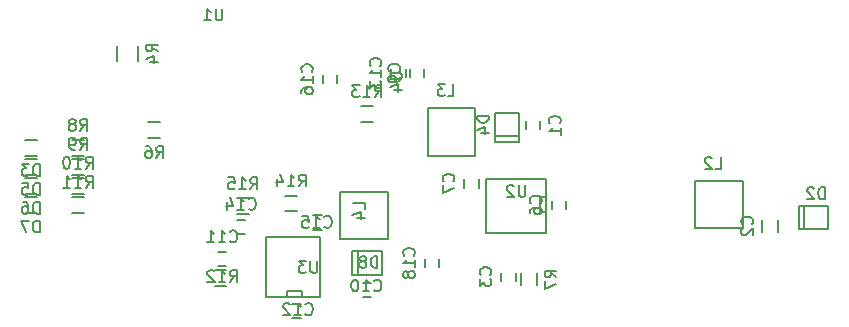
<source format=gbo>
%TF.GenerationSoftware,KiCad,Pcbnew,4.0.4+dfsg1-stable*%
%TF.CreationDate,2017-06-27T11:27:39+02:00*%
%TF.ProjectId,power,706F7765722E6B696361645F70636200,rev?*%
%TF.FileFunction,Legend,Bot*%
%FSLAX46Y46*%
G04 Gerber Fmt 4.6, Leading zero omitted, Abs format (unit mm)*
G04 Created by KiCad (PCBNEW 4.0.4+dfsg1-stable) date Tue Jun 27 11:27:39 2017*
%MOMM*%
%LPD*%
G01*
G04 APERTURE LIST*
%ADD10C,0.100000*%
%ADD11C,0.150000*%
G04 APERTURE END LIST*
D10*
D11*
X64400000Y20070000D02*
X64400000Y20770000D01*
X63200000Y20770000D02*
X63200000Y20070000D01*
X84565000Y11400000D02*
X84565000Y12400000D01*
X83215000Y12400000D02*
X83215000Y11400000D01*
X61130000Y7950000D02*
X61130000Y7250000D01*
X62330000Y7250000D02*
X62330000Y7950000D01*
X65380000Y14010000D02*
X65380000Y13310000D01*
X66580000Y13310000D02*
X66580000Y14010000D01*
X58000000Y15850000D02*
X58000000Y15150000D01*
X59200000Y15150000D02*
X59200000Y15850000D01*
X53400000Y25180000D02*
X53400000Y24480000D01*
X54600000Y24480000D02*
X54600000Y25180000D01*
X49400000Y5900000D02*
X50100000Y5900000D01*
X50100000Y7100000D02*
X49400000Y7100000D01*
X37855000Y9665000D02*
X37155000Y9665000D01*
X37155000Y8465000D02*
X37855000Y8465000D01*
X44125000Y5275000D02*
X43425000Y5275000D01*
X43425000Y4075000D02*
X44125000Y4075000D01*
X51820000Y25180000D02*
X51820000Y24480000D01*
X53020000Y24480000D02*
X53020000Y25180000D01*
X39435000Y12425000D02*
X38735000Y12425000D01*
X38735000Y11225000D02*
X39435000Y11225000D01*
X45905000Y12785000D02*
X45205000Y12785000D01*
X45205000Y11585000D02*
X45905000Y11585000D01*
X46010000Y24660000D02*
X46010000Y23960000D01*
X47210000Y23960000D02*
X47210000Y24660000D01*
X54650000Y9100000D02*
X54650000Y8400000D01*
X55850000Y8400000D02*
X55850000Y9100000D01*
X86790000Y11610000D02*
X86790000Y13610000D01*
X86290000Y11610000D02*
X86290000Y13610000D01*
X86290000Y13610000D02*
X88790000Y13610000D01*
X88790000Y13610000D02*
X88790000Y11610000D01*
X88790000Y11610000D02*
X86290000Y11610000D01*
X21800000Y19175000D02*
X20800000Y19175000D01*
X20800000Y17825000D02*
X21800000Y17825000D01*
X62620000Y19480000D02*
X60620000Y19480000D01*
X62620000Y18980000D02*
X60620000Y18980000D01*
X60620000Y18980000D02*
X60620000Y21480000D01*
X60620000Y21480000D02*
X62620000Y21480000D01*
X62620000Y21480000D02*
X62620000Y18980000D01*
X21800000Y17575000D02*
X20800000Y17575000D01*
X20800000Y16225000D02*
X21800000Y16225000D01*
X21800000Y15975000D02*
X20800000Y15975000D01*
X20800000Y14625000D02*
X21800000Y14625000D01*
X21800000Y14375000D02*
X20800000Y14375000D01*
X20800000Y13025000D02*
X21800000Y13025000D01*
X49000000Y7750000D02*
X49000000Y9750000D01*
X48500000Y7750000D02*
X48500000Y9750000D01*
X48500000Y9750000D02*
X51000000Y9750000D01*
X51000000Y9750000D02*
X51000000Y7750000D01*
X51000000Y7750000D02*
X48500000Y7750000D01*
X77550000Y11690000D02*
X77550000Y15690000D01*
X81550000Y11690000D02*
X81550000Y15690000D01*
X77550000Y15690000D02*
X81550000Y15690000D01*
X78050000Y11690000D02*
X77550000Y11690000D01*
X78050000Y11690000D02*
X77550000Y11690000D01*
X81550000Y11690000D02*
X78050000Y11690000D01*
X54920000Y17860000D02*
X54920000Y21860000D01*
X58920000Y17860000D02*
X58920000Y21860000D01*
X54920000Y21860000D02*
X58920000Y21860000D01*
X55420000Y17860000D02*
X54920000Y17860000D01*
X55420000Y17860000D02*
X54920000Y17860000D01*
X58920000Y17860000D02*
X55420000Y17860000D01*
X47500000Y14750000D02*
X51500000Y14750000D01*
X47500000Y10750000D02*
X51500000Y10750000D01*
X51500000Y14750000D02*
X51500000Y10750000D01*
X47500000Y14250000D02*
X47500000Y14750000D01*
X47500000Y14250000D02*
X47500000Y14750000D01*
X47500000Y10750000D02*
X47500000Y14250000D01*
X28625000Y27100000D02*
X28625000Y25900000D01*
X30375000Y25900000D02*
X30375000Y27100000D01*
X62755000Y7870000D02*
X62755000Y6870000D01*
X64105000Y6870000D02*
X64105000Y7870000D01*
X24800000Y17825000D02*
X25800000Y17825000D01*
X25800000Y19175000D02*
X24800000Y19175000D01*
X24800000Y16225000D02*
X25800000Y16225000D01*
X25800000Y17575000D02*
X24800000Y17575000D01*
X24800000Y14625000D02*
X25800000Y14625000D01*
X25800000Y15975000D02*
X24800000Y15975000D01*
X24800000Y13025000D02*
X25800000Y13025000D01*
X25800000Y14375000D02*
X24800000Y14375000D01*
X37855000Y8180000D02*
X36855000Y8180000D01*
X36855000Y6830000D02*
X37855000Y6830000D01*
X49260000Y20695000D02*
X50260000Y20695000D01*
X50260000Y22045000D02*
X49260000Y22045000D01*
X42835000Y13120000D02*
X43835000Y13120000D01*
X43835000Y14470000D02*
X42835000Y14470000D01*
X38725000Y12880000D02*
X39725000Y12880000D01*
X39725000Y14230000D02*
X38725000Y14230000D01*
X64940000Y15836000D02*
X59860000Y15836000D01*
X59860000Y15836000D02*
X59860000Y11264000D01*
X59860000Y11264000D02*
X64940000Y11264000D01*
X64940000Y11264000D02*
X64940000Y15836000D01*
X64940000Y14312000D02*
X64432000Y14312000D01*
X64432000Y14312000D02*
X64432000Y13042000D01*
X64432000Y13042000D02*
X64940000Y13042000D01*
X45791000Y5845000D02*
X45791000Y10925000D01*
X45791000Y10925000D02*
X41219000Y10925000D01*
X41219000Y10925000D02*
X41219000Y5845000D01*
X41219000Y5845000D02*
X45791000Y5845000D01*
X44267000Y5845000D02*
X44267000Y6353000D01*
X44267000Y6353000D02*
X42997000Y6353000D01*
X42997000Y6353000D02*
X42997000Y5845000D01*
X32250000Y20675000D02*
X31250000Y20675000D01*
X31250000Y19325000D02*
X32250000Y19325000D01*
X66057143Y20586666D02*
X66104762Y20634285D01*
X66152381Y20777142D01*
X66152381Y20872380D01*
X66104762Y21015238D01*
X66009524Y21110476D01*
X65914286Y21158095D01*
X65723810Y21205714D01*
X65580952Y21205714D01*
X65390476Y21158095D01*
X65295238Y21110476D01*
X65200000Y21015238D01*
X65152381Y20872380D01*
X65152381Y20777142D01*
X65200000Y20634285D01*
X65247619Y20586666D01*
X66152381Y19634285D02*
X66152381Y20205714D01*
X66152381Y19920000D02*
X65152381Y19920000D01*
X65295238Y20015238D01*
X65390476Y20110476D01*
X65438095Y20205714D01*
X82347143Y12066666D02*
X82394762Y12114285D01*
X82442381Y12257142D01*
X82442381Y12352380D01*
X82394762Y12495238D01*
X82299524Y12590476D01*
X82204286Y12638095D01*
X82013810Y12685714D01*
X81870952Y12685714D01*
X81680476Y12638095D01*
X81585238Y12590476D01*
X81490000Y12495238D01*
X81442381Y12352380D01*
X81442381Y12257142D01*
X81490000Y12114285D01*
X81537619Y12066666D01*
X81537619Y11685714D02*
X81490000Y11638095D01*
X81442381Y11542857D01*
X81442381Y11304761D01*
X81490000Y11209523D01*
X81537619Y11161904D01*
X81632857Y11114285D01*
X81728095Y11114285D01*
X81870952Y11161904D01*
X82442381Y11733333D01*
X82442381Y11114285D01*
X60187143Y7766666D02*
X60234762Y7814285D01*
X60282381Y7957142D01*
X60282381Y8052380D01*
X60234762Y8195238D01*
X60139524Y8290476D01*
X60044286Y8338095D01*
X59853810Y8385714D01*
X59710952Y8385714D01*
X59520476Y8338095D01*
X59425238Y8290476D01*
X59330000Y8195238D01*
X59282381Y8052380D01*
X59282381Y7957142D01*
X59330000Y7814285D01*
X59377619Y7766666D01*
X59282381Y7433333D02*
X59282381Y6814285D01*
X59663333Y7147619D01*
X59663333Y7004761D01*
X59710952Y6909523D01*
X59758571Y6861904D01*
X59853810Y6814285D01*
X60091905Y6814285D01*
X60187143Y6861904D01*
X60234762Y6909523D01*
X60282381Y7004761D01*
X60282381Y7290476D01*
X60234762Y7385714D01*
X60187143Y7433333D01*
X64437143Y13826666D02*
X64484762Y13874285D01*
X64532381Y14017142D01*
X64532381Y14112380D01*
X64484762Y14255238D01*
X64389524Y14350476D01*
X64294286Y14398095D01*
X64103810Y14445714D01*
X63960952Y14445714D01*
X63770476Y14398095D01*
X63675238Y14350476D01*
X63580000Y14255238D01*
X63532381Y14112380D01*
X63532381Y14017142D01*
X63580000Y13874285D01*
X63627619Y13826666D01*
X63532381Y12969523D02*
X63532381Y13160000D01*
X63580000Y13255238D01*
X63627619Y13302857D01*
X63770476Y13398095D01*
X63960952Y13445714D01*
X64341905Y13445714D01*
X64437143Y13398095D01*
X64484762Y13350476D01*
X64532381Y13255238D01*
X64532381Y13064761D01*
X64484762Y12969523D01*
X64437143Y12921904D01*
X64341905Y12874285D01*
X64103810Y12874285D01*
X64008571Y12921904D01*
X63960952Y12969523D01*
X63913333Y13064761D01*
X63913333Y13255238D01*
X63960952Y13350476D01*
X64008571Y13398095D01*
X64103810Y13445714D01*
X57057143Y15666666D02*
X57104762Y15714285D01*
X57152381Y15857142D01*
X57152381Y15952380D01*
X57104762Y16095238D01*
X57009524Y16190476D01*
X56914286Y16238095D01*
X56723810Y16285714D01*
X56580952Y16285714D01*
X56390476Y16238095D01*
X56295238Y16190476D01*
X56200000Y16095238D01*
X56152381Y15952380D01*
X56152381Y15857142D01*
X56200000Y15714285D01*
X56247619Y15666666D01*
X56152381Y15333333D02*
X56152381Y14666666D01*
X57152381Y15095238D01*
X52457143Y24996666D02*
X52504762Y25044285D01*
X52552381Y25187142D01*
X52552381Y25282380D01*
X52504762Y25425238D01*
X52409524Y25520476D01*
X52314286Y25568095D01*
X52123810Y25615714D01*
X51980952Y25615714D01*
X51790476Y25568095D01*
X51695238Y25520476D01*
X51600000Y25425238D01*
X51552381Y25282380D01*
X51552381Y25187142D01*
X51600000Y25044285D01*
X51647619Y24996666D01*
X52552381Y24520476D02*
X52552381Y24330000D01*
X52504762Y24234761D01*
X52457143Y24187142D01*
X52314286Y24091904D01*
X52123810Y24044285D01*
X51742857Y24044285D01*
X51647619Y24091904D01*
X51600000Y24139523D01*
X51552381Y24234761D01*
X51552381Y24425238D01*
X51600000Y24520476D01*
X51647619Y24568095D01*
X51742857Y24615714D01*
X51980952Y24615714D01*
X52076190Y24568095D01*
X52123810Y24520476D01*
X52171429Y24425238D01*
X52171429Y24234761D01*
X52123810Y24139523D01*
X52076190Y24091904D01*
X51980952Y24044285D01*
X50342857Y6442857D02*
X50390476Y6395238D01*
X50533333Y6347619D01*
X50628571Y6347619D01*
X50771429Y6395238D01*
X50866667Y6490476D01*
X50914286Y6585714D01*
X50961905Y6776190D01*
X50961905Y6919048D01*
X50914286Y7109524D01*
X50866667Y7204762D01*
X50771429Y7300000D01*
X50628571Y7347619D01*
X50533333Y7347619D01*
X50390476Y7300000D01*
X50342857Y7252381D01*
X49390476Y6347619D02*
X49961905Y6347619D01*
X49676191Y6347619D02*
X49676191Y7347619D01*
X49771429Y7204762D01*
X49866667Y7109524D01*
X49961905Y7061905D01*
X48771429Y7347619D02*
X48676190Y7347619D01*
X48580952Y7300000D01*
X48533333Y7252381D01*
X48485714Y7157143D01*
X48438095Y6966667D01*
X48438095Y6728571D01*
X48485714Y6538095D01*
X48533333Y6442857D01*
X48580952Y6395238D01*
X48676190Y6347619D01*
X48771429Y6347619D01*
X48866667Y6395238D01*
X48914286Y6442857D01*
X48961905Y6538095D01*
X49009524Y6728571D01*
X49009524Y6966667D01*
X48961905Y7157143D01*
X48914286Y7252381D01*
X48866667Y7300000D01*
X48771429Y7347619D01*
X38147857Y10607857D02*
X38195476Y10560238D01*
X38338333Y10512619D01*
X38433571Y10512619D01*
X38576429Y10560238D01*
X38671667Y10655476D01*
X38719286Y10750714D01*
X38766905Y10941190D01*
X38766905Y11084048D01*
X38719286Y11274524D01*
X38671667Y11369762D01*
X38576429Y11465000D01*
X38433571Y11512619D01*
X38338333Y11512619D01*
X38195476Y11465000D01*
X38147857Y11417381D01*
X37195476Y10512619D02*
X37766905Y10512619D01*
X37481191Y10512619D02*
X37481191Y11512619D01*
X37576429Y11369762D01*
X37671667Y11274524D01*
X37766905Y11226905D01*
X36243095Y10512619D02*
X36814524Y10512619D01*
X36528810Y10512619D02*
X36528810Y11512619D01*
X36624048Y11369762D01*
X36719286Y11274524D01*
X36814524Y11226905D01*
X44542857Y4442857D02*
X44590476Y4395238D01*
X44733333Y4347619D01*
X44828571Y4347619D01*
X44971429Y4395238D01*
X45066667Y4490476D01*
X45114286Y4585714D01*
X45161905Y4776190D01*
X45161905Y4919048D01*
X45114286Y5109524D01*
X45066667Y5204762D01*
X44971429Y5300000D01*
X44828571Y5347619D01*
X44733333Y5347619D01*
X44590476Y5300000D01*
X44542857Y5252381D01*
X43590476Y4347619D02*
X44161905Y4347619D01*
X43876191Y4347619D02*
X43876191Y5347619D01*
X43971429Y5204762D01*
X44066667Y5109524D01*
X44161905Y5061905D01*
X43209524Y5252381D02*
X43161905Y5300000D01*
X43066667Y5347619D01*
X42828571Y5347619D01*
X42733333Y5300000D01*
X42685714Y5252381D01*
X42638095Y5157143D01*
X42638095Y5061905D01*
X42685714Y4919048D01*
X43257143Y4347619D01*
X42638095Y4347619D01*
X50877143Y25472857D02*
X50924762Y25520476D01*
X50972381Y25663333D01*
X50972381Y25758571D01*
X50924762Y25901429D01*
X50829524Y25996667D01*
X50734286Y26044286D01*
X50543810Y26091905D01*
X50400952Y26091905D01*
X50210476Y26044286D01*
X50115238Y25996667D01*
X50020000Y25901429D01*
X49972381Y25758571D01*
X49972381Y25663333D01*
X50020000Y25520476D01*
X50067619Y25472857D01*
X50972381Y24520476D02*
X50972381Y25091905D01*
X50972381Y24806191D02*
X49972381Y24806191D01*
X50115238Y24901429D01*
X50210476Y24996667D01*
X50258095Y25091905D01*
X49972381Y24187143D02*
X49972381Y23568095D01*
X50353333Y23901429D01*
X50353333Y23758571D01*
X50400952Y23663333D01*
X50448571Y23615714D01*
X50543810Y23568095D01*
X50781905Y23568095D01*
X50877143Y23615714D01*
X50924762Y23663333D01*
X50972381Y23758571D01*
X50972381Y24044286D01*
X50924762Y24139524D01*
X50877143Y24187143D01*
X39727857Y13367857D02*
X39775476Y13320238D01*
X39918333Y13272619D01*
X40013571Y13272619D01*
X40156429Y13320238D01*
X40251667Y13415476D01*
X40299286Y13510714D01*
X40346905Y13701190D01*
X40346905Y13844048D01*
X40299286Y14034524D01*
X40251667Y14129762D01*
X40156429Y14225000D01*
X40013571Y14272619D01*
X39918333Y14272619D01*
X39775476Y14225000D01*
X39727857Y14177381D01*
X38775476Y13272619D02*
X39346905Y13272619D01*
X39061191Y13272619D02*
X39061191Y14272619D01*
X39156429Y14129762D01*
X39251667Y14034524D01*
X39346905Y13986905D01*
X37918333Y13939286D02*
X37918333Y13272619D01*
X38156429Y14320238D02*
X38394524Y13605952D01*
X37775476Y13605952D01*
X46142857Y11842857D02*
X46190476Y11795238D01*
X46333333Y11747619D01*
X46428571Y11747619D01*
X46571429Y11795238D01*
X46666667Y11890476D01*
X46714286Y11985714D01*
X46761905Y12176190D01*
X46761905Y12319048D01*
X46714286Y12509524D01*
X46666667Y12604762D01*
X46571429Y12700000D01*
X46428571Y12747619D01*
X46333333Y12747619D01*
X46190476Y12700000D01*
X46142857Y12652381D01*
X45190476Y11747619D02*
X45761905Y11747619D01*
X45476191Y11747619D02*
X45476191Y12747619D01*
X45571429Y12604762D01*
X45666667Y12509524D01*
X45761905Y12461905D01*
X44285714Y12747619D02*
X44761905Y12747619D01*
X44809524Y12271429D01*
X44761905Y12319048D01*
X44666667Y12366667D01*
X44428571Y12366667D01*
X44333333Y12319048D01*
X44285714Y12271429D01*
X44238095Y12176190D01*
X44238095Y11938095D01*
X44285714Y11842857D01*
X44333333Y11795238D01*
X44428571Y11747619D01*
X44666667Y11747619D01*
X44761905Y11795238D01*
X44809524Y11842857D01*
X45067143Y24952857D02*
X45114762Y25000476D01*
X45162381Y25143333D01*
X45162381Y25238571D01*
X45114762Y25381429D01*
X45019524Y25476667D01*
X44924286Y25524286D01*
X44733810Y25571905D01*
X44590952Y25571905D01*
X44400476Y25524286D01*
X44305238Y25476667D01*
X44210000Y25381429D01*
X44162381Y25238571D01*
X44162381Y25143333D01*
X44210000Y25000476D01*
X44257619Y24952857D01*
X45162381Y24000476D02*
X45162381Y24571905D01*
X45162381Y24286191D02*
X44162381Y24286191D01*
X44305238Y24381429D01*
X44400476Y24476667D01*
X44448095Y24571905D01*
X44162381Y23143333D02*
X44162381Y23333810D01*
X44210000Y23429048D01*
X44257619Y23476667D01*
X44400476Y23571905D01*
X44590952Y23619524D01*
X44971905Y23619524D01*
X45067143Y23571905D01*
X45114762Y23524286D01*
X45162381Y23429048D01*
X45162381Y23238571D01*
X45114762Y23143333D01*
X45067143Y23095714D01*
X44971905Y23048095D01*
X44733810Y23048095D01*
X44638571Y23095714D01*
X44590952Y23143333D01*
X44543333Y23238571D01*
X44543333Y23429048D01*
X44590952Y23524286D01*
X44638571Y23571905D01*
X44733810Y23619524D01*
X53707143Y9392857D02*
X53754762Y9440476D01*
X53802381Y9583333D01*
X53802381Y9678571D01*
X53754762Y9821429D01*
X53659524Y9916667D01*
X53564286Y9964286D01*
X53373810Y10011905D01*
X53230952Y10011905D01*
X53040476Y9964286D01*
X52945238Y9916667D01*
X52850000Y9821429D01*
X52802381Y9678571D01*
X52802381Y9583333D01*
X52850000Y9440476D01*
X52897619Y9392857D01*
X53802381Y8440476D02*
X53802381Y9011905D01*
X53802381Y8726191D02*
X52802381Y8726191D01*
X52945238Y8821429D01*
X53040476Y8916667D01*
X53088095Y9011905D01*
X53230952Y7869048D02*
X53183333Y7964286D01*
X53135714Y8011905D01*
X53040476Y8059524D01*
X52992857Y8059524D01*
X52897619Y8011905D01*
X52850000Y7964286D01*
X52802381Y7869048D01*
X52802381Y7678571D01*
X52850000Y7583333D01*
X52897619Y7535714D01*
X52992857Y7488095D01*
X53040476Y7488095D01*
X53135714Y7535714D01*
X53183333Y7583333D01*
X53230952Y7678571D01*
X53230952Y7869048D01*
X53278571Y7964286D01*
X53326190Y8011905D01*
X53421429Y8059524D01*
X53611905Y8059524D01*
X53707143Y8011905D01*
X53754762Y7964286D01*
X53802381Y7869048D01*
X53802381Y7678571D01*
X53754762Y7583333D01*
X53707143Y7535714D01*
X53611905Y7488095D01*
X53421429Y7488095D01*
X53326190Y7535714D01*
X53278571Y7583333D01*
X53230952Y7678571D01*
X88528095Y14157619D02*
X88528095Y15157619D01*
X88290000Y15157619D01*
X88147142Y15110000D01*
X88051904Y15014762D01*
X88004285Y14919524D01*
X87956666Y14729048D01*
X87956666Y14586190D01*
X88004285Y14395714D01*
X88051904Y14300476D01*
X88147142Y14205238D01*
X88290000Y14157619D01*
X88528095Y14157619D01*
X87575714Y15062381D02*
X87528095Y15110000D01*
X87432857Y15157619D01*
X87194761Y15157619D01*
X87099523Y15110000D01*
X87051904Y15062381D01*
X87004285Y14967143D01*
X87004285Y14871905D01*
X87051904Y14729048D01*
X87623333Y14157619D01*
X87004285Y14157619D01*
X22038095Y16147619D02*
X22038095Y17147619D01*
X21800000Y17147619D01*
X21657142Y17100000D01*
X21561904Y17004762D01*
X21514285Y16909524D01*
X21466666Y16719048D01*
X21466666Y16576190D01*
X21514285Y16385714D01*
X21561904Y16290476D01*
X21657142Y16195238D01*
X21800000Y16147619D01*
X22038095Y16147619D01*
X21133333Y17147619D02*
X20514285Y17147619D01*
X20847619Y16766667D01*
X20704761Y16766667D01*
X20609523Y16719048D01*
X20561904Y16671429D01*
X20514285Y16576190D01*
X20514285Y16338095D01*
X20561904Y16242857D01*
X20609523Y16195238D01*
X20704761Y16147619D01*
X20990476Y16147619D01*
X21085714Y16195238D01*
X21133333Y16242857D01*
X60072381Y21218095D02*
X59072381Y21218095D01*
X59072381Y20980000D01*
X59120000Y20837142D01*
X59215238Y20741904D01*
X59310476Y20694285D01*
X59500952Y20646666D01*
X59643810Y20646666D01*
X59834286Y20694285D01*
X59929524Y20741904D01*
X60024762Y20837142D01*
X60072381Y20980000D01*
X60072381Y21218095D01*
X59405714Y19789523D02*
X60072381Y19789523D01*
X59024762Y20027619D02*
X59739048Y20265714D01*
X59739048Y19646666D01*
X22038095Y14547619D02*
X22038095Y15547619D01*
X21800000Y15547619D01*
X21657142Y15500000D01*
X21561904Y15404762D01*
X21514285Y15309524D01*
X21466666Y15119048D01*
X21466666Y14976190D01*
X21514285Y14785714D01*
X21561904Y14690476D01*
X21657142Y14595238D01*
X21800000Y14547619D01*
X22038095Y14547619D01*
X20561904Y15547619D02*
X21038095Y15547619D01*
X21085714Y15071429D01*
X21038095Y15119048D01*
X20942857Y15166667D01*
X20704761Y15166667D01*
X20609523Y15119048D01*
X20561904Y15071429D01*
X20514285Y14976190D01*
X20514285Y14738095D01*
X20561904Y14642857D01*
X20609523Y14595238D01*
X20704761Y14547619D01*
X20942857Y14547619D01*
X21038095Y14595238D01*
X21085714Y14642857D01*
X22038095Y12947619D02*
X22038095Y13947619D01*
X21800000Y13947619D01*
X21657142Y13900000D01*
X21561904Y13804762D01*
X21514285Y13709524D01*
X21466666Y13519048D01*
X21466666Y13376190D01*
X21514285Y13185714D01*
X21561904Y13090476D01*
X21657142Y12995238D01*
X21800000Y12947619D01*
X22038095Y12947619D01*
X20609523Y13947619D02*
X20800000Y13947619D01*
X20895238Y13900000D01*
X20942857Y13852381D01*
X21038095Y13709524D01*
X21085714Y13519048D01*
X21085714Y13138095D01*
X21038095Y13042857D01*
X20990476Y12995238D01*
X20895238Y12947619D01*
X20704761Y12947619D01*
X20609523Y12995238D01*
X20561904Y13042857D01*
X20514285Y13138095D01*
X20514285Y13376190D01*
X20561904Y13471429D01*
X20609523Y13519048D01*
X20704761Y13566667D01*
X20895238Y13566667D01*
X20990476Y13519048D01*
X21038095Y13471429D01*
X21085714Y13376190D01*
X22038095Y11347619D02*
X22038095Y12347619D01*
X21800000Y12347619D01*
X21657142Y12300000D01*
X21561904Y12204762D01*
X21514285Y12109524D01*
X21466666Y11919048D01*
X21466666Y11776190D01*
X21514285Y11585714D01*
X21561904Y11490476D01*
X21657142Y11395238D01*
X21800000Y11347619D01*
X22038095Y11347619D01*
X21133333Y12347619D02*
X20466666Y12347619D01*
X20895238Y11347619D01*
X50638095Y8347619D02*
X50638095Y9347619D01*
X50400000Y9347619D01*
X50257142Y9300000D01*
X50161904Y9204762D01*
X50114285Y9109524D01*
X50066666Y8919048D01*
X50066666Y8776190D01*
X50114285Y8585714D01*
X50161904Y8490476D01*
X50257142Y8395238D01*
X50400000Y8347619D01*
X50638095Y8347619D01*
X49495238Y8919048D02*
X49590476Y8966667D01*
X49638095Y9014286D01*
X49685714Y9109524D01*
X49685714Y9157143D01*
X49638095Y9252381D01*
X49590476Y9300000D01*
X49495238Y9347619D01*
X49304761Y9347619D01*
X49209523Y9300000D01*
X49161904Y9252381D01*
X49114285Y9157143D01*
X49114285Y9109524D01*
X49161904Y9014286D01*
X49209523Y8966667D01*
X49304761Y8919048D01*
X49495238Y8919048D01*
X49590476Y8871429D01*
X49638095Y8823810D01*
X49685714Y8728571D01*
X49685714Y8538095D01*
X49638095Y8442857D01*
X49590476Y8395238D01*
X49495238Y8347619D01*
X49304761Y8347619D01*
X49209523Y8395238D01*
X49161904Y8442857D01*
X49114285Y8538095D01*
X49114285Y8728571D01*
X49161904Y8823810D01*
X49209523Y8871429D01*
X49304761Y8919048D01*
X79216666Y16737619D02*
X79692857Y16737619D01*
X79692857Y17737619D01*
X78930952Y17642381D02*
X78883333Y17690000D01*
X78788095Y17737619D01*
X78549999Y17737619D01*
X78454761Y17690000D01*
X78407142Y17642381D01*
X78359523Y17547143D01*
X78359523Y17451905D01*
X78407142Y17309048D01*
X78978571Y16737619D01*
X78359523Y16737619D01*
X56586666Y22907619D02*
X57062857Y22907619D01*
X57062857Y23907619D01*
X56348571Y23907619D02*
X55729523Y23907619D01*
X56062857Y23526667D01*
X55919999Y23526667D01*
X55824761Y23479048D01*
X55777142Y23431429D01*
X55729523Y23336190D01*
X55729523Y23098095D01*
X55777142Y23002857D01*
X55824761Y22955238D01*
X55919999Y22907619D01*
X56205714Y22907619D01*
X56300952Y22955238D01*
X56348571Y23002857D01*
X49552381Y13366666D02*
X49552381Y13842857D01*
X48552381Y13842857D01*
X48885714Y12604761D02*
X49552381Y12604761D01*
X48504762Y12842857D02*
X49219048Y13080952D01*
X49219048Y12461904D01*
X32052381Y26666666D02*
X31576190Y27000000D01*
X32052381Y27238095D02*
X31052381Y27238095D01*
X31052381Y26857142D01*
X31100000Y26761904D01*
X31147619Y26714285D01*
X31242857Y26666666D01*
X31385714Y26666666D01*
X31480952Y26714285D01*
X31528571Y26761904D01*
X31576190Y26857142D01*
X31576190Y27238095D01*
X31385714Y25809523D02*
X32052381Y25809523D01*
X31004762Y26047619D02*
X31719048Y26285714D01*
X31719048Y25666666D01*
X65782381Y7536666D02*
X65306190Y7870000D01*
X65782381Y8108095D02*
X64782381Y8108095D01*
X64782381Y7727142D01*
X64830000Y7631904D01*
X64877619Y7584285D01*
X64972857Y7536666D01*
X65115714Y7536666D01*
X65210952Y7584285D01*
X65258571Y7631904D01*
X65306190Y7727142D01*
X65306190Y8108095D01*
X64782381Y7203333D02*
X64782381Y6536666D01*
X65782381Y6965238D01*
X25466666Y19947619D02*
X25800000Y20423810D01*
X26038095Y19947619D02*
X26038095Y20947619D01*
X25657142Y20947619D01*
X25561904Y20900000D01*
X25514285Y20852381D01*
X25466666Y20757143D01*
X25466666Y20614286D01*
X25514285Y20519048D01*
X25561904Y20471429D01*
X25657142Y20423810D01*
X26038095Y20423810D01*
X24895238Y20519048D02*
X24990476Y20566667D01*
X25038095Y20614286D01*
X25085714Y20709524D01*
X25085714Y20757143D01*
X25038095Y20852381D01*
X24990476Y20900000D01*
X24895238Y20947619D01*
X24704761Y20947619D01*
X24609523Y20900000D01*
X24561904Y20852381D01*
X24514285Y20757143D01*
X24514285Y20709524D01*
X24561904Y20614286D01*
X24609523Y20566667D01*
X24704761Y20519048D01*
X24895238Y20519048D01*
X24990476Y20471429D01*
X25038095Y20423810D01*
X25085714Y20328571D01*
X25085714Y20138095D01*
X25038095Y20042857D01*
X24990476Y19995238D01*
X24895238Y19947619D01*
X24704761Y19947619D01*
X24609523Y19995238D01*
X24561904Y20042857D01*
X24514285Y20138095D01*
X24514285Y20328571D01*
X24561904Y20423810D01*
X24609523Y20471429D01*
X24704761Y20519048D01*
X25466666Y18347619D02*
X25800000Y18823810D01*
X26038095Y18347619D02*
X26038095Y19347619D01*
X25657142Y19347619D01*
X25561904Y19300000D01*
X25514285Y19252381D01*
X25466666Y19157143D01*
X25466666Y19014286D01*
X25514285Y18919048D01*
X25561904Y18871429D01*
X25657142Y18823810D01*
X26038095Y18823810D01*
X24990476Y18347619D02*
X24800000Y18347619D01*
X24704761Y18395238D01*
X24657142Y18442857D01*
X24561904Y18585714D01*
X24514285Y18776190D01*
X24514285Y19157143D01*
X24561904Y19252381D01*
X24609523Y19300000D01*
X24704761Y19347619D01*
X24895238Y19347619D01*
X24990476Y19300000D01*
X25038095Y19252381D01*
X25085714Y19157143D01*
X25085714Y18919048D01*
X25038095Y18823810D01*
X24990476Y18776190D01*
X24895238Y18728571D01*
X24704761Y18728571D01*
X24609523Y18776190D01*
X24561904Y18823810D01*
X24514285Y18919048D01*
X25942857Y16747619D02*
X26276191Y17223810D01*
X26514286Y16747619D02*
X26514286Y17747619D01*
X26133333Y17747619D01*
X26038095Y17700000D01*
X25990476Y17652381D01*
X25942857Y17557143D01*
X25942857Y17414286D01*
X25990476Y17319048D01*
X26038095Y17271429D01*
X26133333Y17223810D01*
X26514286Y17223810D01*
X24990476Y16747619D02*
X25561905Y16747619D01*
X25276191Y16747619D02*
X25276191Y17747619D01*
X25371429Y17604762D01*
X25466667Y17509524D01*
X25561905Y17461905D01*
X24371429Y17747619D02*
X24276190Y17747619D01*
X24180952Y17700000D01*
X24133333Y17652381D01*
X24085714Y17557143D01*
X24038095Y17366667D01*
X24038095Y17128571D01*
X24085714Y16938095D01*
X24133333Y16842857D01*
X24180952Y16795238D01*
X24276190Y16747619D01*
X24371429Y16747619D01*
X24466667Y16795238D01*
X24514286Y16842857D01*
X24561905Y16938095D01*
X24609524Y17128571D01*
X24609524Y17366667D01*
X24561905Y17557143D01*
X24514286Y17652381D01*
X24466667Y17700000D01*
X24371429Y17747619D01*
X25942857Y15147619D02*
X26276191Y15623810D01*
X26514286Y15147619D02*
X26514286Y16147619D01*
X26133333Y16147619D01*
X26038095Y16100000D01*
X25990476Y16052381D01*
X25942857Y15957143D01*
X25942857Y15814286D01*
X25990476Y15719048D01*
X26038095Y15671429D01*
X26133333Y15623810D01*
X26514286Y15623810D01*
X24990476Y15147619D02*
X25561905Y15147619D01*
X25276191Y15147619D02*
X25276191Y16147619D01*
X25371429Y16004762D01*
X25466667Y15909524D01*
X25561905Y15861905D01*
X24038095Y15147619D02*
X24609524Y15147619D01*
X24323810Y15147619D02*
X24323810Y16147619D01*
X24419048Y16004762D01*
X24514286Y15909524D01*
X24609524Y15861905D01*
X38142857Y7147619D02*
X38476191Y7623810D01*
X38714286Y7147619D02*
X38714286Y8147619D01*
X38333333Y8147619D01*
X38238095Y8100000D01*
X38190476Y8052381D01*
X38142857Y7957143D01*
X38142857Y7814286D01*
X38190476Y7719048D01*
X38238095Y7671429D01*
X38333333Y7623810D01*
X38714286Y7623810D01*
X37190476Y7147619D02*
X37761905Y7147619D01*
X37476191Y7147619D02*
X37476191Y8147619D01*
X37571429Y8004762D01*
X37666667Y7909524D01*
X37761905Y7861905D01*
X36809524Y8052381D02*
X36761905Y8100000D01*
X36666667Y8147619D01*
X36428571Y8147619D01*
X36333333Y8100000D01*
X36285714Y8052381D01*
X36238095Y7957143D01*
X36238095Y7861905D01*
X36285714Y7719048D01*
X36857143Y7147619D01*
X36238095Y7147619D01*
X50402857Y22817619D02*
X50736191Y23293810D01*
X50974286Y22817619D02*
X50974286Y23817619D01*
X50593333Y23817619D01*
X50498095Y23770000D01*
X50450476Y23722381D01*
X50402857Y23627143D01*
X50402857Y23484286D01*
X50450476Y23389048D01*
X50498095Y23341429D01*
X50593333Y23293810D01*
X50974286Y23293810D01*
X49450476Y22817619D02*
X50021905Y22817619D01*
X49736191Y22817619D02*
X49736191Y23817619D01*
X49831429Y23674762D01*
X49926667Y23579524D01*
X50021905Y23531905D01*
X49117143Y23817619D02*
X48498095Y23817619D01*
X48831429Y23436667D01*
X48688571Y23436667D01*
X48593333Y23389048D01*
X48545714Y23341429D01*
X48498095Y23246190D01*
X48498095Y23008095D01*
X48545714Y22912857D01*
X48593333Y22865238D01*
X48688571Y22817619D01*
X48974286Y22817619D01*
X49069524Y22865238D01*
X49117143Y22912857D01*
X43977857Y15242619D02*
X44311191Y15718810D01*
X44549286Y15242619D02*
X44549286Y16242619D01*
X44168333Y16242619D01*
X44073095Y16195000D01*
X44025476Y16147381D01*
X43977857Y16052143D01*
X43977857Y15909286D01*
X44025476Y15814048D01*
X44073095Y15766429D01*
X44168333Y15718810D01*
X44549286Y15718810D01*
X43025476Y15242619D02*
X43596905Y15242619D01*
X43311191Y15242619D02*
X43311191Y16242619D01*
X43406429Y16099762D01*
X43501667Y16004524D01*
X43596905Y15956905D01*
X42168333Y15909286D02*
X42168333Y15242619D01*
X42406429Y16290238D02*
X42644524Y15575952D01*
X42025476Y15575952D01*
X39867857Y15002619D02*
X40201191Y15478810D01*
X40439286Y15002619D02*
X40439286Y16002619D01*
X40058333Y16002619D01*
X39963095Y15955000D01*
X39915476Y15907381D01*
X39867857Y15812143D01*
X39867857Y15669286D01*
X39915476Y15574048D01*
X39963095Y15526429D01*
X40058333Y15478810D01*
X40439286Y15478810D01*
X38915476Y15002619D02*
X39486905Y15002619D01*
X39201191Y15002619D02*
X39201191Y16002619D01*
X39296429Y15859762D01*
X39391667Y15764524D01*
X39486905Y15716905D01*
X38010714Y16002619D02*
X38486905Y16002619D01*
X38534524Y15526429D01*
X38486905Y15574048D01*
X38391667Y15621667D01*
X38153571Y15621667D01*
X38058333Y15574048D01*
X38010714Y15526429D01*
X37963095Y15431190D01*
X37963095Y15193095D01*
X38010714Y15097857D01*
X38058333Y15050238D01*
X38153571Y15002619D01*
X38391667Y15002619D01*
X38486905Y15050238D01*
X38534524Y15097857D01*
X37511905Y30297619D02*
X37511905Y29488095D01*
X37464286Y29392857D01*
X37416667Y29345238D01*
X37321429Y29297619D01*
X37130952Y29297619D01*
X37035714Y29345238D01*
X36988095Y29392857D01*
X36940476Y29488095D01*
X36940476Y30297619D01*
X35940476Y29297619D02*
X36511905Y29297619D01*
X36226191Y29297619D02*
X36226191Y30297619D01*
X36321429Y30154762D01*
X36416667Y30059524D01*
X36511905Y30011905D01*
X63161905Y15367619D02*
X63161905Y14558095D01*
X63114286Y14462857D01*
X63066667Y14415238D01*
X62971429Y14367619D01*
X62780952Y14367619D01*
X62685714Y14415238D01*
X62638095Y14462857D01*
X62590476Y14558095D01*
X62590476Y15367619D01*
X62161905Y15272381D02*
X62114286Y15320000D01*
X62019048Y15367619D01*
X61780952Y15367619D01*
X61685714Y15320000D01*
X61638095Y15272381D01*
X61590476Y15177143D01*
X61590476Y15081905D01*
X61638095Y14939048D01*
X62209524Y14367619D01*
X61590476Y14367619D01*
X45536905Y8932619D02*
X45536905Y8123095D01*
X45489286Y8027857D01*
X45441667Y7980238D01*
X45346429Y7932619D01*
X45155952Y7932619D01*
X45060714Y7980238D01*
X45013095Y8027857D01*
X44965476Y8123095D01*
X44965476Y8932619D01*
X44584524Y8932619D02*
X43965476Y8932619D01*
X44298810Y8551667D01*
X44155952Y8551667D01*
X44060714Y8504048D01*
X44013095Y8456429D01*
X43965476Y8361190D01*
X43965476Y8123095D01*
X44013095Y8027857D01*
X44060714Y7980238D01*
X44155952Y7932619D01*
X44441667Y7932619D01*
X44536905Y7980238D01*
X44584524Y8027857D01*
X51712381Y24871905D02*
X52521905Y24871905D01*
X52617143Y24824286D01*
X52664762Y24776667D01*
X52712381Y24681429D01*
X52712381Y24490952D01*
X52664762Y24395714D01*
X52617143Y24348095D01*
X52521905Y24300476D01*
X51712381Y24300476D01*
X52045714Y23395714D02*
X52712381Y23395714D01*
X51664762Y23633810D02*
X52379048Y23871905D01*
X52379048Y23252857D01*
X31916666Y17647619D02*
X32250000Y18123810D01*
X32488095Y17647619D02*
X32488095Y18647619D01*
X32107142Y18647619D01*
X32011904Y18600000D01*
X31964285Y18552381D01*
X31916666Y18457143D01*
X31916666Y18314286D01*
X31964285Y18219048D01*
X32011904Y18171429D01*
X32107142Y18123810D01*
X32488095Y18123810D01*
X31059523Y18647619D02*
X31250000Y18647619D01*
X31345238Y18600000D01*
X31392857Y18552381D01*
X31488095Y18409524D01*
X31535714Y18219048D01*
X31535714Y17838095D01*
X31488095Y17742857D01*
X31440476Y17695238D01*
X31345238Y17647619D01*
X31154761Y17647619D01*
X31059523Y17695238D01*
X31011904Y17742857D01*
X30964285Y17838095D01*
X30964285Y18076190D01*
X31011904Y18171429D01*
X31059523Y18219048D01*
X31154761Y18266667D01*
X31345238Y18266667D01*
X31440476Y18219048D01*
X31488095Y18171429D01*
X31535714Y18076190D01*
M02*

</source>
